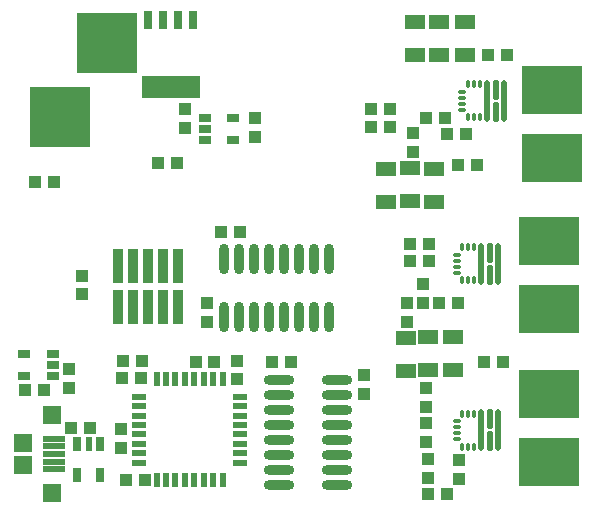
<source format=gtp>
G04*
G04 #@! TF.GenerationSoftware,Altium Limited,CircuitMaker,2.0.3 (2.0.3.51)*
G04*
G04 Layer_Color=7318015*
%FSLAX25Y25*%
%MOIN*%
G70*
G04*
G04 #@! TF.SameCoordinates,446545F6-0083-4834-B6FB-C9FCCE3C903D*
G04*
G04*
G04 #@! TF.FilePolarity,Positive*
G04*
G01*
G75*
%ADD17R,0.03307X0.11378*%
%ADD18R,0.20079X0.16142*%
%ADD19R,0.20079X0.20079*%
%ADD20R,0.02756X0.04724*%
%ADD21R,0.02362X0.04724*%
%ADD22R,0.05905X0.05905*%
%ADD23R,0.07480X0.01968*%
%ADD24O,0.03150X0.10236*%
%ADD25R,0.02362X0.05118*%
%ADD26R,0.05118X0.02362*%
%ADD27O,0.10236X0.03150*%
%ADD28R,0.04331X0.04331*%
G04:AMPARAMS|DCode=29|XSize=13.78mil|YSize=27.56mil|CornerRadius=4.43mil|HoleSize=0mil|Usage=FLASHONLY|Rotation=90.000|XOffset=0mil|YOffset=0mil|HoleType=Round|Shape=RoundedRectangle|*
%AMROUNDEDRECTD29*
21,1,0.01378,0.01870,0,0,90.0*
21,1,0.00492,0.02756,0,0,90.0*
1,1,0.00886,0.00935,0.00246*
1,1,0.00886,0.00935,-0.00246*
1,1,0.00886,-0.00935,-0.00246*
1,1,0.00886,-0.00935,0.00246*
%
%ADD29ROUNDEDRECTD29*%
G04:AMPARAMS|DCode=30|XSize=13.78mil|YSize=27.56mil|CornerRadius=4.43mil|HoleSize=0mil|Usage=FLASHONLY|Rotation=180.000|XOffset=0mil|YOffset=0mil|HoleType=Round|Shape=RoundedRectangle|*
%AMROUNDEDRECTD30*
21,1,0.01378,0.01870,0,0,180.0*
21,1,0.00492,0.02756,0,0,180.0*
1,1,0.00886,-0.00246,0.00935*
1,1,0.00886,0.00246,0.00935*
1,1,0.00886,0.00246,-0.00935*
1,1,0.00886,-0.00246,-0.00935*
%
%ADD30ROUNDEDRECTD30*%
G04:AMPARAMS|DCode=31|XSize=137.8mil|YSize=19.68mil|CornerRadius=5.91mil|HoleSize=0mil|Usage=FLASHONLY|Rotation=90.000|XOffset=0mil|YOffset=0mil|HoleType=Round|Shape=RoundedRectangle|*
%AMROUNDEDRECTD31*
21,1,0.13780,0.00787,0,0,90.0*
21,1,0.12598,0.01968,0,0,90.0*
1,1,0.01181,0.00394,0.06299*
1,1,0.01181,0.00394,-0.06299*
1,1,0.01181,-0.00394,-0.06299*
1,1,0.01181,-0.00394,0.06299*
%
%ADD31ROUNDEDRECTD31*%
G04:AMPARAMS|DCode=32|XSize=65.94mil|YSize=19.68mil|CornerRadius=5.91mil|HoleSize=0mil|Usage=FLASHONLY|Rotation=90.000|XOffset=0mil|YOffset=0mil|HoleType=Round|Shape=RoundedRectangle|*
%AMROUNDEDRECTD32*
21,1,0.06594,0.00787,0,0,90.0*
21,1,0.05413,0.01968,0,0,90.0*
1,1,0.01181,0.00394,0.02707*
1,1,0.01181,0.00394,-0.02707*
1,1,0.01181,-0.00394,-0.02707*
1,1,0.01181,-0.00394,0.02707*
%
%ADD32ROUNDEDRECTD32*%
%ADD33R,0.04331X0.04331*%
%ADD34R,0.04331X0.03150*%
%ADD35R,0.06693X0.05118*%
%ADD36R,0.02756X0.05905*%
%ADD37R,0.19291X0.07480*%
D17*
X48031Y69980D02*
D03*
X43012Y83563D02*
D03*
Y69980D02*
D03*
X37992Y83563D02*
D03*
Y69980D02*
D03*
X48031Y83563D02*
D03*
X53051Y69882D02*
D03*
Y83563D02*
D03*
X58071Y69882D02*
D03*
Y83563D02*
D03*
D18*
X181496Y18110D02*
D03*
Y40748D02*
D03*
X181496Y69291D02*
D03*
Y91929D02*
D03*
X182677Y119488D02*
D03*
Y142126D02*
D03*
D19*
X18504Y133071D02*
D03*
X34252Y157874D02*
D03*
D20*
X24409Y13780D02*
D03*
X31890D02*
D03*
Y24016D02*
D03*
X24409D02*
D03*
D21*
X28150D02*
D03*
D22*
X15945Y7874D02*
D03*
X6299Y17126D02*
D03*
Y24606D02*
D03*
X15945Y33858D02*
D03*
D23*
X16634Y23425D02*
D03*
Y15748D02*
D03*
Y18307D02*
D03*
X16651Y20866D02*
D03*
X16634Y25984D02*
D03*
D24*
X73347Y66535D02*
D03*
X78347D02*
D03*
X83346D02*
D03*
X88346D02*
D03*
X93347D02*
D03*
X98347D02*
D03*
X103347D02*
D03*
X108346D02*
D03*
X73347Y85827D02*
D03*
X78347D02*
D03*
X83346D02*
D03*
X88346D02*
D03*
X93347D02*
D03*
X98347D02*
D03*
X103347D02*
D03*
X108346D02*
D03*
D25*
X72835Y45669D02*
D03*
X69685D02*
D03*
X66535D02*
D03*
X63386D02*
D03*
X60236D02*
D03*
X57087D02*
D03*
X53937D02*
D03*
X50787D02*
D03*
X72835Y12205D02*
D03*
X69685D02*
D03*
X66535D02*
D03*
X63386D02*
D03*
X60236D02*
D03*
X57087D02*
D03*
X53937D02*
D03*
X50787D02*
D03*
D26*
X78543Y39961D02*
D03*
Y36811D02*
D03*
Y33661D02*
D03*
Y30512D02*
D03*
Y27362D02*
D03*
Y24213D02*
D03*
Y21063D02*
D03*
Y17913D02*
D03*
X45079Y39961D02*
D03*
Y36811D02*
D03*
Y33661D02*
D03*
Y30512D02*
D03*
Y27362D02*
D03*
Y24213D02*
D03*
Y21063D02*
D03*
Y17913D02*
D03*
D27*
X91535Y45453D02*
D03*
Y40453D02*
D03*
Y35453D02*
D03*
Y30453D02*
D03*
Y25453D02*
D03*
Y20453D02*
D03*
Y15453D02*
D03*
Y10453D02*
D03*
X110827Y45453D02*
D03*
Y40453D02*
D03*
Y35453D02*
D03*
Y30453D02*
D03*
Y25453D02*
D03*
Y20453D02*
D03*
Y15453D02*
D03*
Y10453D02*
D03*
D28*
X141339Y12992D02*
D03*
Y19291D02*
D03*
X139764Y71260D02*
D03*
Y77559D02*
D03*
X25984Y74016D02*
D03*
Y80315D02*
D03*
X77559Y45669D02*
D03*
Y51968D02*
D03*
X120079Y47244D02*
D03*
Y40945D02*
D03*
X140551Y24803D02*
D03*
Y31102D02*
D03*
X151575Y12598D02*
D03*
Y18898D02*
D03*
X67716Y71260D02*
D03*
Y64961D02*
D03*
X83465Y126378D02*
D03*
Y132677D02*
D03*
X134252Y71260D02*
D03*
Y64961D02*
D03*
X140551Y42913D02*
D03*
Y36614D02*
D03*
X38976Y22835D02*
D03*
Y29134D02*
D03*
X136221Y127953D02*
D03*
Y121653D02*
D03*
X60236Y135827D02*
D03*
Y129528D02*
D03*
X21654Y49213D02*
D03*
Y42913D02*
D03*
D29*
X150787Y29724D02*
D03*
Y27756D02*
D03*
Y31693D02*
D03*
Y25787D02*
D03*
Y85236D02*
D03*
Y83268D02*
D03*
Y87205D02*
D03*
Y81299D02*
D03*
X152756Y139567D02*
D03*
Y137598D02*
D03*
Y141535D02*
D03*
Y135630D02*
D03*
D30*
Y23228D02*
D03*
X154724D02*
D03*
X156693D02*
D03*
X152756Y34252D02*
D03*
X154724D02*
D03*
X156693D02*
D03*
X152756Y78740D02*
D03*
X154724D02*
D03*
X156693D02*
D03*
X152756Y89764D02*
D03*
X154724D02*
D03*
X156693D02*
D03*
X154724Y133071D02*
D03*
X156693D02*
D03*
X158661D02*
D03*
X154724Y144095D02*
D03*
X156693D02*
D03*
X158661D02*
D03*
D31*
X159055Y28740D02*
D03*
X164567D02*
D03*
X159055Y84252D02*
D03*
X164567D02*
D03*
X161024Y138583D02*
D03*
X166535D02*
D03*
D32*
X161811Y25098D02*
D03*
Y32382D02*
D03*
Y80610D02*
D03*
Y87894D02*
D03*
X163779Y134941D02*
D03*
Y142224D02*
D03*
D33*
X46063Y51968D02*
D03*
X39764D02*
D03*
X140551Y132677D02*
D03*
X146850D02*
D03*
X10236Y111417D02*
D03*
X16535D02*
D03*
X141339Y7480D02*
D03*
X147638D02*
D03*
X28740Y29528D02*
D03*
X22441D02*
D03*
X46850Y12205D02*
D03*
X40551D02*
D03*
X45669Y46063D02*
D03*
X39370D02*
D03*
X51181Y117717D02*
D03*
X57480D02*
D03*
X95669Y51575D02*
D03*
X89370D02*
D03*
X135433Y90945D02*
D03*
X141732D02*
D03*
X128740Y129921D02*
D03*
X122441D02*
D03*
X122441Y135827D02*
D03*
X128740D02*
D03*
X151181Y71260D02*
D03*
X144882D02*
D03*
X153937Y127559D02*
D03*
X147638D02*
D03*
X7087Y42126D02*
D03*
X13386D02*
D03*
X70079Y51575D02*
D03*
X63779D02*
D03*
X135433Y85039D02*
D03*
X141732D02*
D03*
X159843Y51575D02*
D03*
X166142D02*
D03*
X161417Y153937D02*
D03*
X167717D02*
D03*
X72441Y94882D02*
D03*
X78740D02*
D03*
X151181Y117323D02*
D03*
X157480D02*
D03*
D34*
X16142Y50591D02*
D03*
Y46850D02*
D03*
Y54331D02*
D03*
X6693D02*
D03*
Y46850D02*
D03*
X66929Y129134D02*
D03*
Y125394D02*
D03*
Y132874D02*
D03*
X76378Y125394D02*
D03*
Y132874D02*
D03*
D35*
X127165Y115736D02*
D03*
Y104736D02*
D03*
X149606Y59831D02*
D03*
Y48831D02*
D03*
X141339Y59831D02*
D03*
Y48831D02*
D03*
X143307Y115736D02*
D03*
Y104736D02*
D03*
X137008Y153949D02*
D03*
Y164949D02*
D03*
X144882Y153949D02*
D03*
Y164949D02*
D03*
X133858Y59437D02*
D03*
Y48437D02*
D03*
X135433Y116130D02*
D03*
Y105130D02*
D03*
X153543Y153949D02*
D03*
Y164949D02*
D03*
D36*
X62992Y165354D02*
D03*
X58031D02*
D03*
X52992D02*
D03*
X48031D02*
D03*
D37*
X55512Y143307D02*
D03*
M02*

</source>
